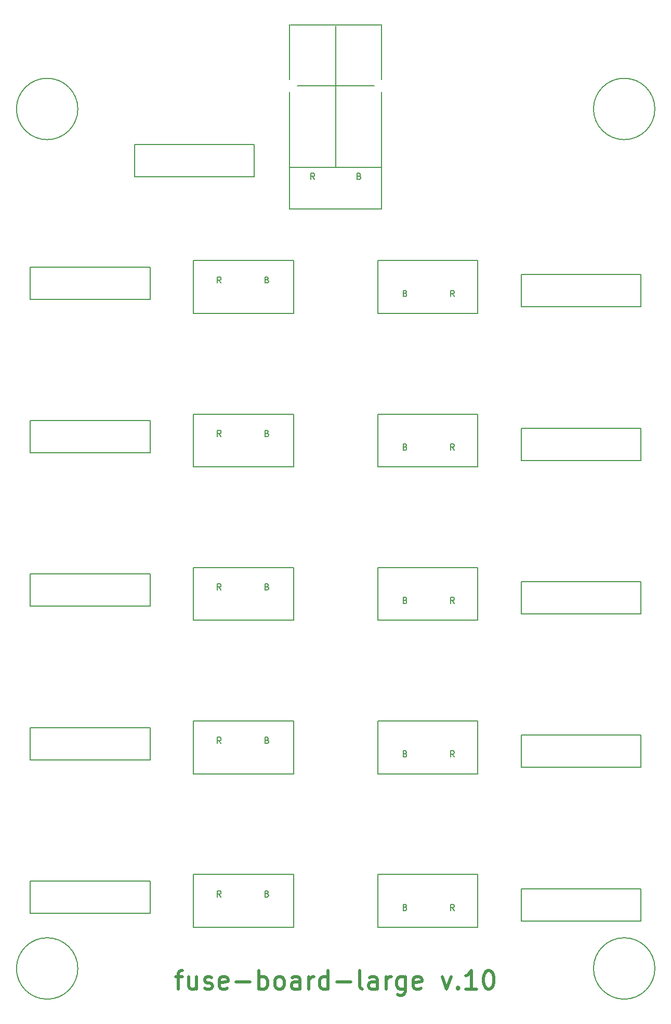
<source format=gbr>
G04 #@! TF.GenerationSoftware,KiCad,Pcbnew,5.1.5-52549c5~84~ubuntu18.04.1*
G04 #@! TF.CreationDate,2020-02-28T09:17:44-07:00*
G04 #@! TF.ProjectId,fuse-board-large,66757365-2d62-46f6-9172-642d6c617267,rev?*
G04 #@! TF.SameCoordinates,Original*
G04 #@! TF.FileFunction,Legend,Top*
G04 #@! TF.FilePolarity,Positive*
%FSLAX46Y46*%
G04 Gerber Fmt 4.6, Leading zero omitted, Abs format (unit mm)*
G04 Created by KiCad (PCBNEW 5.1.5-52549c5~84~ubuntu18.04.1) date 2020-02-28 09:17:44*
%MOMM*%
%LPD*%
G04 APERTURE LIST*
%ADD10C,0.500000*%
%ADD11C,0.150000*%
G04 APERTURE END LIST*
D10*
X58928571Y-187357142D02*
X60071428Y-187357142D01*
X59357142Y-189357142D02*
X59357142Y-186785714D01*
X59500000Y-186500000D01*
X59785714Y-186357142D01*
X60071428Y-186357142D01*
X62357142Y-187357142D02*
X62357142Y-189357142D01*
X61071428Y-187357142D02*
X61071428Y-188928571D01*
X61214285Y-189214285D01*
X61500000Y-189357142D01*
X61928571Y-189357142D01*
X62214285Y-189214285D01*
X62357142Y-189071428D01*
X63642857Y-189214285D02*
X63928571Y-189357142D01*
X64500000Y-189357142D01*
X64785714Y-189214285D01*
X64928571Y-188928571D01*
X64928571Y-188785714D01*
X64785714Y-188500000D01*
X64500000Y-188357142D01*
X64071428Y-188357142D01*
X63785714Y-188214285D01*
X63642857Y-187928571D01*
X63642857Y-187785714D01*
X63785714Y-187500000D01*
X64071428Y-187357142D01*
X64500000Y-187357142D01*
X64785714Y-187500000D01*
X67357142Y-189214285D02*
X67071428Y-189357142D01*
X66500000Y-189357142D01*
X66214285Y-189214285D01*
X66071428Y-188928571D01*
X66071428Y-187785714D01*
X66214285Y-187500000D01*
X66500000Y-187357142D01*
X67071428Y-187357142D01*
X67357142Y-187500000D01*
X67500000Y-187785714D01*
X67500000Y-188071428D01*
X66071428Y-188357142D01*
X68785714Y-188214285D02*
X71071428Y-188214285D01*
X72500000Y-189357142D02*
X72500000Y-186357142D01*
X72500000Y-187500000D02*
X72785714Y-187357142D01*
X73357142Y-187357142D01*
X73642857Y-187500000D01*
X73785714Y-187642857D01*
X73928571Y-187928571D01*
X73928571Y-188785714D01*
X73785714Y-189071428D01*
X73642857Y-189214285D01*
X73357142Y-189357142D01*
X72785714Y-189357142D01*
X72500000Y-189214285D01*
X75642857Y-189357142D02*
X75357142Y-189214285D01*
X75214285Y-189071428D01*
X75071428Y-188785714D01*
X75071428Y-187928571D01*
X75214285Y-187642857D01*
X75357142Y-187500000D01*
X75642857Y-187357142D01*
X76071428Y-187357142D01*
X76357142Y-187500000D01*
X76500000Y-187642857D01*
X76642857Y-187928571D01*
X76642857Y-188785714D01*
X76500000Y-189071428D01*
X76357142Y-189214285D01*
X76071428Y-189357142D01*
X75642857Y-189357142D01*
X79214285Y-189357142D02*
X79214285Y-187785714D01*
X79071428Y-187500000D01*
X78785714Y-187357142D01*
X78214285Y-187357142D01*
X77928571Y-187500000D01*
X79214285Y-189214285D02*
X78928571Y-189357142D01*
X78214285Y-189357142D01*
X77928571Y-189214285D01*
X77785714Y-188928571D01*
X77785714Y-188642857D01*
X77928571Y-188357142D01*
X78214285Y-188214285D01*
X78928571Y-188214285D01*
X79214285Y-188071428D01*
X80642857Y-189357142D02*
X80642857Y-187357142D01*
X80642857Y-187928571D02*
X80785714Y-187642857D01*
X80928571Y-187500000D01*
X81214285Y-187357142D01*
X81500000Y-187357142D01*
X83785714Y-189357142D02*
X83785714Y-186357142D01*
X83785714Y-189214285D02*
X83500000Y-189357142D01*
X82928571Y-189357142D01*
X82642857Y-189214285D01*
X82500000Y-189071428D01*
X82357142Y-188785714D01*
X82357142Y-187928571D01*
X82500000Y-187642857D01*
X82642857Y-187500000D01*
X82928571Y-187357142D01*
X83500000Y-187357142D01*
X83785714Y-187500000D01*
X85214285Y-188214285D02*
X87500000Y-188214285D01*
X89357142Y-189357142D02*
X89071428Y-189214285D01*
X88928571Y-188928571D01*
X88928571Y-186357142D01*
X91785714Y-189357142D02*
X91785714Y-187785714D01*
X91642857Y-187500000D01*
X91357142Y-187357142D01*
X90785714Y-187357142D01*
X90500000Y-187500000D01*
X91785714Y-189214285D02*
X91500000Y-189357142D01*
X90785714Y-189357142D01*
X90500000Y-189214285D01*
X90357142Y-188928571D01*
X90357142Y-188642857D01*
X90500000Y-188357142D01*
X90785714Y-188214285D01*
X91500000Y-188214285D01*
X91785714Y-188071428D01*
X93214285Y-189357142D02*
X93214285Y-187357142D01*
X93214285Y-187928571D02*
X93357142Y-187642857D01*
X93500000Y-187500000D01*
X93785714Y-187357142D01*
X94071428Y-187357142D01*
X96357142Y-187357142D02*
X96357142Y-189785714D01*
X96214285Y-190071428D01*
X96071428Y-190214285D01*
X95785714Y-190357142D01*
X95357142Y-190357142D01*
X95071428Y-190214285D01*
X96357142Y-189214285D02*
X96071428Y-189357142D01*
X95500000Y-189357142D01*
X95214285Y-189214285D01*
X95071428Y-189071428D01*
X94928571Y-188785714D01*
X94928571Y-187928571D01*
X95071428Y-187642857D01*
X95214285Y-187500000D01*
X95500000Y-187357142D01*
X96071428Y-187357142D01*
X96357142Y-187500000D01*
X98928571Y-189214285D02*
X98642857Y-189357142D01*
X98071428Y-189357142D01*
X97785714Y-189214285D01*
X97642857Y-188928571D01*
X97642857Y-187785714D01*
X97785714Y-187500000D01*
X98071428Y-187357142D01*
X98642857Y-187357142D01*
X98928571Y-187500000D01*
X99071428Y-187785714D01*
X99071428Y-188071428D01*
X97642857Y-188357142D01*
X102357142Y-187357142D02*
X103071428Y-189357142D01*
X103785714Y-187357142D01*
X104928571Y-189071428D02*
X105071428Y-189214285D01*
X104928571Y-189357142D01*
X104785714Y-189214285D01*
X104928571Y-189071428D01*
X104928571Y-189357142D01*
X107928571Y-189357142D02*
X106214285Y-189357142D01*
X107071428Y-189357142D02*
X107071428Y-186357142D01*
X106785714Y-186785714D01*
X106500000Y-187071428D01*
X106214285Y-187214285D01*
X109785714Y-186357142D02*
X110071428Y-186357142D01*
X110357142Y-186500000D01*
X110500000Y-186642857D01*
X110642857Y-186928571D01*
X110785714Y-187500000D01*
X110785714Y-188214285D01*
X110642857Y-188785714D01*
X110500000Y-189071428D01*
X110357142Y-189214285D01*
X110071428Y-189357142D01*
X109785714Y-189357142D01*
X109500000Y-189214285D01*
X109357142Y-189071428D01*
X109214285Y-188785714D01*
X109071428Y-188214285D01*
X109071428Y-187500000D01*
X109214285Y-186928571D01*
X109357142Y-186642857D01*
X109500000Y-186500000D01*
X109785714Y-186357142D01*
D11*
X78750000Y-42250000D02*
X91250000Y-42250000D01*
X77610000Y-32360000D02*
X92390000Y-32360000D01*
X77500000Y-32250000D02*
X77500000Y-41250000D01*
X77500000Y-55500000D02*
X92500000Y-55500000D01*
X92500000Y-55500000D02*
X92500000Y-43250000D01*
X85000000Y-32500000D02*
X85000000Y-55500000D01*
X77500000Y-43250000D02*
X77500000Y-55500000D01*
X92500000Y-41250000D02*
X92500000Y-32250000D01*
X77500000Y-55500000D02*
X77500000Y-62250000D01*
X77500000Y-62250000D02*
X92500000Y-62250000D01*
X92500000Y-62250000D02*
X92500000Y-55500000D01*
X61850000Y-70700000D02*
X78150000Y-70700000D01*
X61850000Y-79300000D02*
X61850000Y-70700000D01*
X78150000Y-79300000D02*
X61850000Y-79300000D01*
X78150000Y-70700000D02*
X78150000Y-79300000D01*
X61850000Y-95700000D02*
X78150000Y-95700000D01*
X61850000Y-104300000D02*
X61850000Y-95700000D01*
X78150000Y-104300000D02*
X61850000Y-104300000D01*
X78150000Y-95700000D02*
X78150000Y-104300000D01*
X61850000Y-145700000D02*
X78150000Y-145700000D01*
X61850000Y-154300000D02*
X61850000Y-145700000D01*
X78150000Y-154300000D02*
X61850000Y-154300000D01*
X78150000Y-145700000D02*
X78150000Y-154300000D01*
X108150000Y-104300000D02*
X91850000Y-104300000D01*
X108150000Y-95700000D02*
X108150000Y-104300000D01*
X91850000Y-95700000D02*
X108150000Y-95700000D01*
X91850000Y-104300000D02*
X91850000Y-95700000D01*
X61850000Y-120700000D02*
X78150000Y-120700000D01*
X61850000Y-129300000D02*
X61850000Y-120700000D01*
X78150000Y-129300000D02*
X61850000Y-129300000D01*
X78150000Y-120700000D02*
X78150000Y-129300000D01*
X61850000Y-170700000D02*
X78150000Y-170700000D01*
X61850000Y-179300000D02*
X61850000Y-170700000D01*
X78150000Y-179300000D02*
X61850000Y-179300000D01*
X78150000Y-170700000D02*
X78150000Y-179300000D01*
X108150000Y-129300000D02*
X91850000Y-129300000D01*
X108150000Y-120700000D02*
X108150000Y-129300000D01*
X91850000Y-120700000D02*
X108150000Y-120700000D01*
X91850000Y-129300000D02*
X91850000Y-120700000D01*
X108150000Y-79300000D02*
X91850000Y-79300000D01*
X108150000Y-70700000D02*
X108150000Y-79300000D01*
X91850000Y-70700000D02*
X108150000Y-70700000D01*
X91850000Y-79300000D02*
X91850000Y-70700000D01*
X108150000Y-154300000D02*
X91850000Y-154300000D01*
X108150000Y-145700000D02*
X108150000Y-154300000D01*
X91850000Y-145700000D02*
X108150000Y-145700000D01*
X91850000Y-154300000D02*
X91850000Y-145700000D01*
X108150000Y-179300000D02*
X91850000Y-179300000D01*
X108150000Y-170700000D02*
X108150000Y-179300000D01*
X91850000Y-170700000D02*
X108150000Y-170700000D01*
X91850000Y-179300000D02*
X91850000Y-170700000D01*
X43000000Y-186000000D02*
G75*
G03X43000000Y-186000000I-5000000J0D01*
G01*
X137000000Y-186000000D02*
G75*
G03X137000000Y-186000000I-5000000J0D01*
G01*
X137000000Y-46000000D02*
G75*
G03X137000000Y-46000000I-5000000J0D01*
G01*
X43000000Y-46000000D02*
G75*
G03X43000000Y-46000000I-5000000J0D01*
G01*
X35250000Y-77000000D02*
X54750000Y-77000000D01*
X35250000Y-77000000D02*
X35250000Y-71750000D01*
X35250000Y-71750000D02*
X54750000Y-71750000D01*
X54750000Y-71750000D02*
X54750000Y-77000000D01*
X35250000Y-102000000D02*
X54750000Y-102000000D01*
X35250000Y-102000000D02*
X35250000Y-96750000D01*
X35250000Y-96750000D02*
X54750000Y-96750000D01*
X54750000Y-96750000D02*
X54750000Y-102000000D01*
X35250000Y-152000000D02*
X54750000Y-152000000D01*
X35250000Y-152000000D02*
X35250000Y-146750000D01*
X35250000Y-146750000D02*
X54750000Y-146750000D01*
X54750000Y-146750000D02*
X54750000Y-152000000D01*
X134750000Y-98000000D02*
X115250000Y-98000000D01*
X134750000Y-98000000D02*
X134750000Y-103250000D01*
X134750000Y-103250000D02*
X115250000Y-103250000D01*
X115250000Y-103250000D02*
X115250000Y-98000000D01*
X35250000Y-127000000D02*
X54750000Y-127000000D01*
X35250000Y-127000000D02*
X35250000Y-121750000D01*
X35250000Y-121750000D02*
X54750000Y-121750000D01*
X54750000Y-121750000D02*
X54750000Y-127000000D01*
X35250000Y-177000000D02*
X54750000Y-177000000D01*
X35250000Y-177000000D02*
X35250000Y-171750000D01*
X35250000Y-171750000D02*
X54750000Y-171750000D01*
X54750000Y-171750000D02*
X54750000Y-177000000D01*
X52250000Y-57000000D02*
X71750000Y-57000000D01*
X52250000Y-57000000D02*
X52250000Y-51750000D01*
X52250000Y-51750000D02*
X71750000Y-51750000D01*
X71750000Y-51750000D02*
X71750000Y-57000000D01*
X134750000Y-123000000D02*
X115250000Y-123000000D01*
X134750000Y-123000000D02*
X134750000Y-128250000D01*
X134750000Y-128250000D02*
X115250000Y-128250000D01*
X115250000Y-128250000D02*
X115250000Y-123000000D01*
X134750000Y-73000000D02*
X115250000Y-73000000D01*
X134750000Y-73000000D02*
X134750000Y-78250000D01*
X134750000Y-78250000D02*
X115250000Y-78250000D01*
X115250000Y-78250000D02*
X115250000Y-73000000D01*
X134750000Y-148000000D02*
X115250000Y-148000000D01*
X134750000Y-148000000D02*
X134750000Y-153250000D01*
X134750000Y-153250000D02*
X115250000Y-153250000D01*
X115250000Y-153250000D02*
X115250000Y-148000000D01*
X134750000Y-173000000D02*
X115250000Y-173000000D01*
X134750000Y-173000000D02*
X134750000Y-178250000D01*
X134750000Y-178250000D02*
X115250000Y-178250000D01*
X115250000Y-178250000D02*
X115250000Y-173000000D01*
X81559523Y-57452380D02*
X81226190Y-56976190D01*
X80988095Y-57452380D02*
X80988095Y-56452380D01*
X81369047Y-56452380D01*
X81464285Y-56500000D01*
X81511904Y-56547619D01*
X81559523Y-56642857D01*
X81559523Y-56785714D01*
X81511904Y-56880952D01*
X81464285Y-56928571D01*
X81369047Y-56976190D01*
X80988095Y-56976190D01*
X88821428Y-56928571D02*
X88964285Y-56976190D01*
X89011904Y-57023809D01*
X89059523Y-57119047D01*
X89059523Y-57261904D01*
X89011904Y-57357142D01*
X88964285Y-57404761D01*
X88869047Y-57452380D01*
X88488095Y-57452380D01*
X88488095Y-56452380D01*
X88821428Y-56452380D01*
X88916666Y-56500000D01*
X88964285Y-56547619D01*
X89011904Y-56642857D01*
X89011904Y-56738095D01*
X88964285Y-56833333D01*
X88916666Y-56880952D01*
X88821428Y-56928571D01*
X88488095Y-56928571D01*
X73821428Y-73828571D02*
X73964285Y-73876190D01*
X74011904Y-73923809D01*
X74059523Y-74019047D01*
X74059523Y-74161904D01*
X74011904Y-74257142D01*
X73964285Y-74304761D01*
X73869047Y-74352380D01*
X73488095Y-74352380D01*
X73488095Y-73352380D01*
X73821428Y-73352380D01*
X73916666Y-73400000D01*
X73964285Y-73447619D01*
X74011904Y-73542857D01*
X74011904Y-73638095D01*
X73964285Y-73733333D01*
X73916666Y-73780952D01*
X73821428Y-73828571D01*
X73488095Y-73828571D01*
X66309523Y-74352380D02*
X65976190Y-73876190D01*
X65738095Y-74352380D02*
X65738095Y-73352380D01*
X66119047Y-73352380D01*
X66214285Y-73400000D01*
X66261904Y-73447619D01*
X66309523Y-73542857D01*
X66309523Y-73685714D01*
X66261904Y-73780952D01*
X66214285Y-73828571D01*
X66119047Y-73876190D01*
X65738095Y-73876190D01*
X73821428Y-98828571D02*
X73964285Y-98876190D01*
X74011904Y-98923809D01*
X74059523Y-99019047D01*
X74059523Y-99161904D01*
X74011904Y-99257142D01*
X73964285Y-99304761D01*
X73869047Y-99352380D01*
X73488095Y-99352380D01*
X73488095Y-98352380D01*
X73821428Y-98352380D01*
X73916666Y-98400000D01*
X73964285Y-98447619D01*
X74011904Y-98542857D01*
X74011904Y-98638095D01*
X73964285Y-98733333D01*
X73916666Y-98780952D01*
X73821428Y-98828571D01*
X73488095Y-98828571D01*
X66309523Y-99352380D02*
X65976190Y-98876190D01*
X65738095Y-99352380D02*
X65738095Y-98352380D01*
X66119047Y-98352380D01*
X66214285Y-98400000D01*
X66261904Y-98447619D01*
X66309523Y-98542857D01*
X66309523Y-98685714D01*
X66261904Y-98780952D01*
X66214285Y-98828571D01*
X66119047Y-98876190D01*
X65738095Y-98876190D01*
X73821428Y-148828571D02*
X73964285Y-148876190D01*
X74011904Y-148923809D01*
X74059523Y-149019047D01*
X74059523Y-149161904D01*
X74011904Y-149257142D01*
X73964285Y-149304761D01*
X73869047Y-149352380D01*
X73488095Y-149352380D01*
X73488095Y-148352380D01*
X73821428Y-148352380D01*
X73916666Y-148400000D01*
X73964285Y-148447619D01*
X74011904Y-148542857D01*
X74011904Y-148638095D01*
X73964285Y-148733333D01*
X73916666Y-148780952D01*
X73821428Y-148828571D01*
X73488095Y-148828571D01*
X66309523Y-149352380D02*
X65976190Y-148876190D01*
X65738095Y-149352380D02*
X65738095Y-148352380D01*
X66119047Y-148352380D01*
X66214285Y-148400000D01*
X66261904Y-148447619D01*
X66309523Y-148542857D01*
X66309523Y-148685714D01*
X66261904Y-148780952D01*
X66214285Y-148828571D01*
X66119047Y-148876190D01*
X65738095Y-148876190D01*
X96321428Y-101028571D02*
X96464285Y-101076190D01*
X96511904Y-101123809D01*
X96559523Y-101219047D01*
X96559523Y-101361904D01*
X96511904Y-101457142D01*
X96464285Y-101504761D01*
X96369047Y-101552380D01*
X95988095Y-101552380D01*
X95988095Y-100552380D01*
X96321428Y-100552380D01*
X96416666Y-100600000D01*
X96464285Y-100647619D01*
X96511904Y-100742857D01*
X96511904Y-100838095D01*
X96464285Y-100933333D01*
X96416666Y-100980952D01*
X96321428Y-101028571D01*
X95988095Y-101028571D01*
X104309523Y-101552380D02*
X103976190Y-101076190D01*
X103738095Y-101552380D02*
X103738095Y-100552380D01*
X104119047Y-100552380D01*
X104214285Y-100600000D01*
X104261904Y-100647619D01*
X104309523Y-100742857D01*
X104309523Y-100885714D01*
X104261904Y-100980952D01*
X104214285Y-101028571D01*
X104119047Y-101076190D01*
X103738095Y-101076190D01*
X73821428Y-123828571D02*
X73964285Y-123876190D01*
X74011904Y-123923809D01*
X74059523Y-124019047D01*
X74059523Y-124161904D01*
X74011904Y-124257142D01*
X73964285Y-124304761D01*
X73869047Y-124352380D01*
X73488095Y-124352380D01*
X73488095Y-123352380D01*
X73821428Y-123352380D01*
X73916666Y-123400000D01*
X73964285Y-123447619D01*
X74011904Y-123542857D01*
X74011904Y-123638095D01*
X73964285Y-123733333D01*
X73916666Y-123780952D01*
X73821428Y-123828571D01*
X73488095Y-123828571D01*
X66309523Y-124352380D02*
X65976190Y-123876190D01*
X65738095Y-124352380D02*
X65738095Y-123352380D01*
X66119047Y-123352380D01*
X66214285Y-123400000D01*
X66261904Y-123447619D01*
X66309523Y-123542857D01*
X66309523Y-123685714D01*
X66261904Y-123780952D01*
X66214285Y-123828571D01*
X66119047Y-123876190D01*
X65738095Y-123876190D01*
X73821428Y-173828571D02*
X73964285Y-173876190D01*
X74011904Y-173923809D01*
X74059523Y-174019047D01*
X74059523Y-174161904D01*
X74011904Y-174257142D01*
X73964285Y-174304761D01*
X73869047Y-174352380D01*
X73488095Y-174352380D01*
X73488095Y-173352380D01*
X73821428Y-173352380D01*
X73916666Y-173400000D01*
X73964285Y-173447619D01*
X74011904Y-173542857D01*
X74011904Y-173638095D01*
X73964285Y-173733333D01*
X73916666Y-173780952D01*
X73821428Y-173828571D01*
X73488095Y-173828571D01*
X66309523Y-174352380D02*
X65976190Y-173876190D01*
X65738095Y-174352380D02*
X65738095Y-173352380D01*
X66119047Y-173352380D01*
X66214285Y-173400000D01*
X66261904Y-173447619D01*
X66309523Y-173542857D01*
X66309523Y-173685714D01*
X66261904Y-173780952D01*
X66214285Y-173828571D01*
X66119047Y-173876190D01*
X65738095Y-173876190D01*
X96321428Y-126028571D02*
X96464285Y-126076190D01*
X96511904Y-126123809D01*
X96559523Y-126219047D01*
X96559523Y-126361904D01*
X96511904Y-126457142D01*
X96464285Y-126504761D01*
X96369047Y-126552380D01*
X95988095Y-126552380D01*
X95988095Y-125552380D01*
X96321428Y-125552380D01*
X96416666Y-125600000D01*
X96464285Y-125647619D01*
X96511904Y-125742857D01*
X96511904Y-125838095D01*
X96464285Y-125933333D01*
X96416666Y-125980952D01*
X96321428Y-126028571D01*
X95988095Y-126028571D01*
X104309523Y-126552380D02*
X103976190Y-126076190D01*
X103738095Y-126552380D02*
X103738095Y-125552380D01*
X104119047Y-125552380D01*
X104214285Y-125600000D01*
X104261904Y-125647619D01*
X104309523Y-125742857D01*
X104309523Y-125885714D01*
X104261904Y-125980952D01*
X104214285Y-126028571D01*
X104119047Y-126076190D01*
X103738095Y-126076190D01*
X96321428Y-76028571D02*
X96464285Y-76076190D01*
X96511904Y-76123809D01*
X96559523Y-76219047D01*
X96559523Y-76361904D01*
X96511904Y-76457142D01*
X96464285Y-76504761D01*
X96369047Y-76552380D01*
X95988095Y-76552380D01*
X95988095Y-75552380D01*
X96321428Y-75552380D01*
X96416666Y-75600000D01*
X96464285Y-75647619D01*
X96511904Y-75742857D01*
X96511904Y-75838095D01*
X96464285Y-75933333D01*
X96416666Y-75980952D01*
X96321428Y-76028571D01*
X95988095Y-76028571D01*
X104309523Y-76552380D02*
X103976190Y-76076190D01*
X103738095Y-76552380D02*
X103738095Y-75552380D01*
X104119047Y-75552380D01*
X104214285Y-75600000D01*
X104261904Y-75647619D01*
X104309523Y-75742857D01*
X104309523Y-75885714D01*
X104261904Y-75980952D01*
X104214285Y-76028571D01*
X104119047Y-76076190D01*
X103738095Y-76076190D01*
X96321428Y-151028571D02*
X96464285Y-151076190D01*
X96511904Y-151123809D01*
X96559523Y-151219047D01*
X96559523Y-151361904D01*
X96511904Y-151457142D01*
X96464285Y-151504761D01*
X96369047Y-151552380D01*
X95988095Y-151552380D01*
X95988095Y-150552380D01*
X96321428Y-150552380D01*
X96416666Y-150600000D01*
X96464285Y-150647619D01*
X96511904Y-150742857D01*
X96511904Y-150838095D01*
X96464285Y-150933333D01*
X96416666Y-150980952D01*
X96321428Y-151028571D01*
X95988095Y-151028571D01*
X104309523Y-151552380D02*
X103976190Y-151076190D01*
X103738095Y-151552380D02*
X103738095Y-150552380D01*
X104119047Y-150552380D01*
X104214285Y-150600000D01*
X104261904Y-150647619D01*
X104309523Y-150742857D01*
X104309523Y-150885714D01*
X104261904Y-150980952D01*
X104214285Y-151028571D01*
X104119047Y-151076190D01*
X103738095Y-151076190D01*
X96321428Y-176028571D02*
X96464285Y-176076190D01*
X96511904Y-176123809D01*
X96559523Y-176219047D01*
X96559523Y-176361904D01*
X96511904Y-176457142D01*
X96464285Y-176504761D01*
X96369047Y-176552380D01*
X95988095Y-176552380D01*
X95988095Y-175552380D01*
X96321428Y-175552380D01*
X96416666Y-175600000D01*
X96464285Y-175647619D01*
X96511904Y-175742857D01*
X96511904Y-175838095D01*
X96464285Y-175933333D01*
X96416666Y-175980952D01*
X96321428Y-176028571D01*
X95988095Y-176028571D01*
X104309523Y-176552380D02*
X103976190Y-176076190D01*
X103738095Y-176552380D02*
X103738095Y-175552380D01*
X104119047Y-175552380D01*
X104214285Y-175600000D01*
X104261904Y-175647619D01*
X104309523Y-175742857D01*
X104309523Y-175885714D01*
X104261904Y-175980952D01*
X104214285Y-176028571D01*
X104119047Y-176076190D01*
X103738095Y-176076190D01*
M02*

</source>
